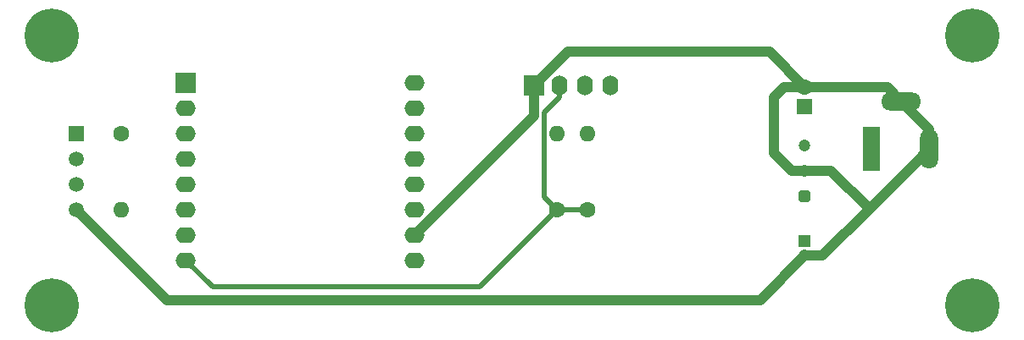
<source format=gbr>
%TF.GenerationSoftware,KiCad,Pcbnew,6.0.7-f9a2dced07~116~ubuntu22.04.1*%
%TF.CreationDate,2022-09-18T17:51:17+02:00*%
%TF.ProjectId,SmartHarz-Thermometer,536d6172-7448-4617-927a-2d546865726d,1b1*%
%TF.SameCoordinates,Original*%
%TF.FileFunction,Copper,L2,Bot*%
%TF.FilePolarity,Positive*%
%FSLAX46Y46*%
G04 Gerber Fmt 4.6, Leading zero omitted, Abs format (unit mm)*
G04 Created by KiCad (PCBNEW 6.0.7-f9a2dced07~116~ubuntu22.04.1) date 2022-09-18 17:51:17*
%MOMM*%
%LPD*%
G01*
G04 APERTURE LIST*
G04 Aperture macros list*
%AMRoundRect*
0 Rectangle with rounded corners*
0 $1 Rounding radius*
0 $2 $3 $4 $5 $6 $7 $8 $9 X,Y pos of 4 corners*
0 Add a 4 corners polygon primitive as box body*
4,1,4,$2,$3,$4,$5,$6,$7,$8,$9,$2,$3,0*
0 Add four circle primitives for the rounded corners*
1,1,$1+$1,$2,$3*
1,1,$1+$1,$4,$5*
1,1,$1+$1,$6,$7*
1,1,$1+$1,$8,$9*
0 Add four rect primitives between the rounded corners*
20,1,$1+$1,$2,$3,$4,$5,0*
20,1,$1+$1,$4,$5,$6,$7,0*
20,1,$1+$1,$6,$7,$8,$9,0*
20,1,$1+$1,$8,$9,$2,$3,0*%
G04 Aperture macros list end*
%TA.AperFunction,ComponentPad*%
%ADD10R,1.500000X1.500000*%
%TD*%
%TA.AperFunction,ComponentPad*%
%ADD11C,1.500000*%
%TD*%
%TA.AperFunction,ComponentPad*%
%ADD12R,1.200000X1.200000*%
%TD*%
%TA.AperFunction,ComponentPad*%
%ADD13C,1.200000*%
%TD*%
%TA.AperFunction,ComponentPad*%
%ADD14C,1.600000*%
%TD*%
%TA.AperFunction,ComponentPad*%
%ADD15O,1.600000X1.600000*%
%TD*%
%TA.AperFunction,ComponentPad*%
%ADD16RoundRect,0.300000X0.300000X-0.300000X0.300000X0.300000X-0.300000X0.300000X-0.300000X-0.300000X0*%
%TD*%
%TA.AperFunction,ComponentPad*%
%ADD17R,1.600000X1.600000*%
%TD*%
%TA.AperFunction,ComponentPad*%
%ADD18C,0.800000*%
%TD*%
%TA.AperFunction,ComponentPad*%
%ADD19C,5.400000*%
%TD*%
%TA.AperFunction,ComponentPad*%
%ADD20R,2.000000X2.000000*%
%TD*%
%TA.AperFunction,ComponentPad*%
%ADD21O,1.600000X2.000000*%
%TD*%
%TA.AperFunction,ComponentPad*%
%ADD22R,1.800000X4.400000*%
%TD*%
%TA.AperFunction,ComponentPad*%
%ADD23O,1.800000X4.000000*%
%TD*%
%TA.AperFunction,ComponentPad*%
%ADD24O,4.000000X1.800000*%
%TD*%
%TA.AperFunction,ComponentPad*%
%ADD25O,2.000000X1.600000*%
%TD*%
%TA.AperFunction,Conductor*%
%ADD26C,1.000000*%
%TD*%
%TA.AperFunction,Conductor*%
%ADD27C,0.500000*%
%TD*%
G04 APERTURE END LIST*
D10*
%TO.P,U2,1,VCC*%
%TO.N,+5V*%
X6496000Y21070000D03*
D11*
%TO.P,U2,2,IO*%
%TO.N,/DHT_IO*%
X6496000Y18530000D03*
%TO.P,U2,3,NC*%
%TO.N,unconnected-(U2-Pad3)*%
X6496000Y15990000D03*
%TO.P,U2,4,GND*%
%TO.N,GND*%
X6496000Y13450000D03*
%TD*%
D12*
%TO.P,C2,1*%
%TO.N,+5V*%
X79250000Y10322599D03*
D13*
%TO.P,C2,2*%
%TO.N,GND*%
X79250000Y8822599D03*
%TD*%
D14*
%TO.P,R2,1*%
%TO.N,+3V3*%
X54502000Y13450000D03*
D15*
%TO.P,R2,2*%
%TO.N,/I2C_SCL*%
X54502000Y21070000D03*
%TD*%
D16*
%TO.P,U3,1,VO*%
%TO.N,+5V*%
X79250000Y14790000D03*
D13*
%TO.P,U3,2,GND*%
%TO.N,GND*%
X79250000Y17330000D03*
%TO.P,U3,3,VI*%
%TO.N,+9V*%
X79250000Y19870000D03*
%TD*%
D17*
%TO.P,C1,1*%
%TO.N,+9V*%
X79250000Y23720000D03*
D14*
%TO.P,C1,2*%
%TO.N,GND*%
X79250000Y25720000D03*
%TD*%
D18*
%TO.P,H3,1,1*%
%TO.N,unconnected-(H3-Pad1)*%
X94568109Y29468109D03*
X97431891Y32331891D03*
X93975000Y30900000D03*
X96000000Y28875000D03*
D19*
X96000000Y30900000D03*
D18*
X98025000Y30900000D03*
X94568109Y32331891D03*
X96000000Y32925000D03*
X97431891Y29468109D03*
%TD*%
D14*
%TO.P,R3,1*%
%TO.N,+3V3*%
X57550000Y13450000D03*
D15*
%TO.P,R3,2*%
%TO.N,/I2C_SDA*%
X57550000Y21070000D03*
%TD*%
D20*
%TO.P,J2,1,Pin_1*%
%TO.N,GND*%
X52216000Y25896000D03*
D21*
%TO.P,J2,2,Pin_2*%
%TO.N,+3V3*%
X54756000Y25896000D03*
%TO.P,J2,3,Pin_3*%
%TO.N,/I2C_SCL*%
X57296000Y25896000D03*
%TO.P,J2,4,Pin_4*%
%TO.N,/I2C_SDA*%
X59836000Y25896000D03*
%TD*%
D22*
%TO.P,J1,1*%
%TO.N,+9V*%
X85900000Y19500000D03*
D23*
%TO.P,J1,2*%
%TO.N,GND*%
X91700000Y19500000D03*
D24*
%TO.P,J1,3*%
X88900000Y24300000D03*
%TD*%
D18*
%TO.P,H1,1,1*%
%TO.N,unconnected-(H1-Pad1)*%
X2568109Y32331891D03*
X4000000Y32925000D03*
X2568109Y29468109D03*
X4000000Y28875000D03*
X6025000Y30900000D03*
D19*
X4000000Y30900000D03*
D18*
X1975000Y30900000D03*
X5431891Y29468109D03*
X5431891Y32331891D03*
%TD*%
D20*
%TO.P,U1,1,~{RST}*%
%TO.N,unconnected-(U1-Pad1)*%
X17418000Y26150000D03*
D25*
%TO.P,U1,2,A0*%
%TO.N,unconnected-(U1-Pad2)*%
X17418000Y23610000D03*
%TO.P,U1,3,D0*%
%TO.N,unconnected-(U1-Pad3)*%
X17418000Y21070000D03*
%TO.P,U1,4,SCK/D5*%
%TO.N,/DHT_IO*%
X17418000Y18530000D03*
%TO.P,U1,5,MISO/D6*%
%TO.N,unconnected-(U1-Pad5)*%
X17418000Y15990000D03*
%TO.P,U1,6,MOSI/D7*%
%TO.N,unconnected-(U1-Pad6)*%
X17418000Y13450000D03*
%TO.P,U1,7,CS/D8*%
%TO.N,unconnected-(U1-Pad7)*%
X17418000Y10910000D03*
%TO.P,U1,8,3V3*%
%TO.N,+3V3*%
X17418000Y8370000D03*
%TO.P,U1,9,5V*%
%TO.N,+5V*%
X40278000Y8370000D03*
%TO.P,U1,10,GND*%
%TO.N,GND*%
X40278000Y10910000D03*
%TO.P,U1,11,D4*%
%TO.N,unconnected-(U1-Pad11)*%
X40278000Y13450000D03*
%TO.P,U1,12,D3*%
%TO.N,unconnected-(U1-Pad12)*%
X40278000Y15990000D03*
%TO.P,U1,13,SDA/D2*%
%TO.N,/I2C_SDA*%
X40278000Y18530000D03*
%TO.P,U1,14,SCL/D1*%
%TO.N,/I2C_SCL*%
X40278000Y21070000D03*
%TO.P,U1,15,RX*%
%TO.N,unconnected-(U1-Pad15)*%
X40278000Y23610000D03*
%TO.P,U1,16,TX*%
%TO.N,unconnected-(U1-Pad16)*%
X40278000Y26150000D03*
%TD*%
D18*
%TO.P,H4,1,1*%
%TO.N,unconnected-(H4-Pad1)*%
X94568109Y2468109D03*
X94568109Y5331891D03*
X96000000Y1875000D03*
X97431891Y5331891D03*
X93975000Y3900000D03*
X98025000Y3900000D03*
X96000000Y5925000D03*
D19*
X96000000Y3900000D03*
D18*
X97431891Y2468109D03*
%TD*%
D19*
%TO.P,H2,1,1*%
%TO.N,unconnected-(H2-Pad1)*%
X4000000Y3900000D03*
D18*
X5431891Y5331891D03*
X4000000Y5925000D03*
X5431891Y2468109D03*
X2568109Y2468109D03*
X6025000Y3900000D03*
X2568109Y5331891D03*
X1975000Y3900000D03*
X4000000Y1875000D03*
%TD*%
D14*
%TO.P,R1,1*%
%TO.N,+5V*%
X11000000Y21070000D03*
D15*
%TO.P,R1,2*%
%TO.N,/DHT_IO*%
X11000000Y13450000D03*
%TD*%
D26*
%TO.N,GND*%
X79250000Y8822599D02*
X81022599Y8822599D01*
X76200000Y19100000D02*
X76200000Y24700000D01*
X79250000Y17330000D02*
X81870000Y17330000D01*
X85700000Y13500000D02*
X90150000Y17950000D01*
X91700000Y21500000D02*
X88900000Y24300000D01*
X76200000Y24700000D02*
X77220000Y25720000D01*
X81870000Y17330000D02*
X85700000Y13500000D01*
X91700000Y19500000D02*
X91700000Y21500000D01*
X81022599Y8822599D02*
X85700000Y13500000D01*
X77220000Y25720000D02*
X79250000Y25720000D01*
X79250000Y25720000D02*
X75721434Y29248566D01*
X74798402Y4371001D02*
X79250000Y8822599D01*
X40278000Y10910000D02*
X52216000Y22848000D01*
X52216000Y22848000D02*
X52216000Y25896000D01*
X79250000Y17330000D02*
X77970000Y17330000D01*
X75721434Y29248566D02*
X55568566Y29248566D01*
X77970000Y17330000D02*
X76200000Y19100000D01*
X87480000Y25720000D02*
X79250000Y25720000D01*
X15574999Y4371001D02*
X74798402Y4371001D01*
X90150000Y17950000D02*
X91700000Y19500000D01*
X55568566Y29248566D02*
X52216000Y25896000D01*
X88900000Y24300000D02*
X87480000Y25720000D01*
X6496000Y13450000D02*
X15574999Y4371001D01*
D27*
%TO.N,+3V3*%
X46752000Y5700000D02*
X54502000Y13450000D01*
X53252000Y14700000D02*
X53252000Y23148000D01*
X54502000Y13450000D02*
X57550000Y13450000D01*
X17418000Y8370000D02*
X20088000Y5700000D01*
X53252000Y23148000D02*
X54756000Y24652000D01*
X54502000Y13450000D02*
X53252000Y14700000D01*
X20088000Y5700000D02*
X46752000Y5700000D01*
X54756000Y24652000D02*
X54756000Y25896000D01*
%TD*%
M02*

</source>
